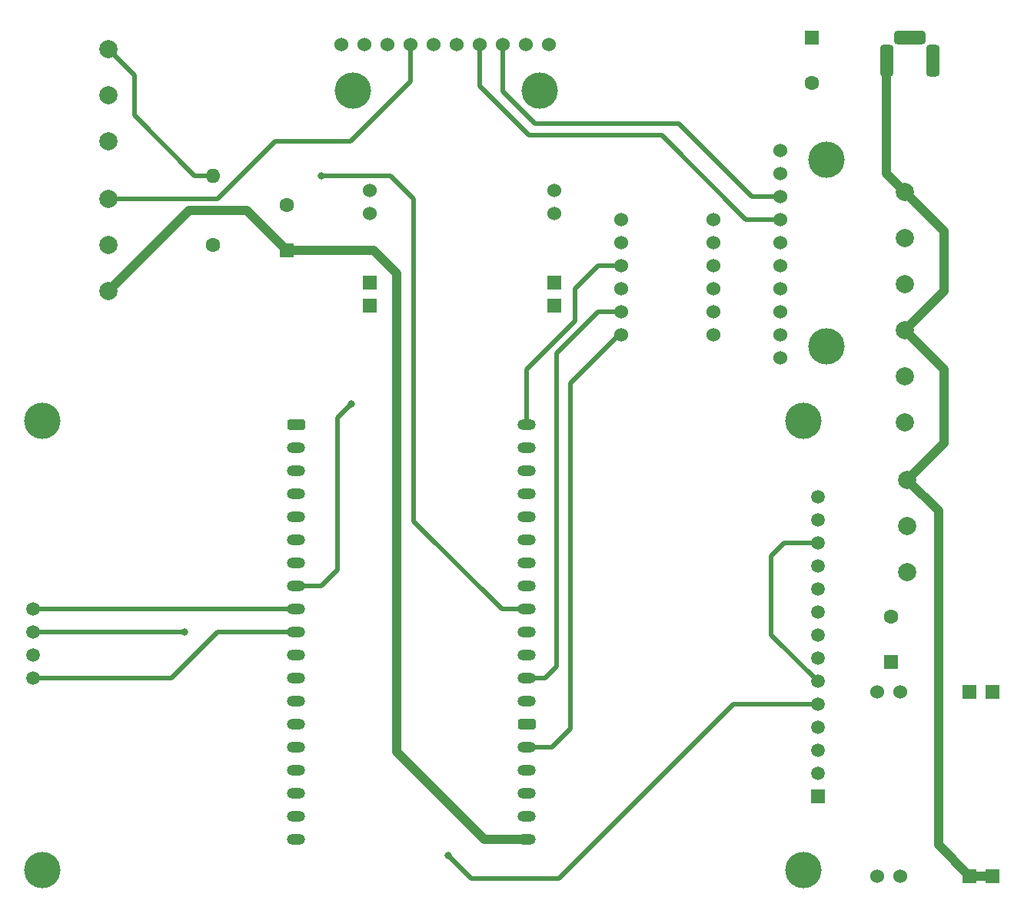
<source format=gbr>
%TF.GenerationSoftware,KiCad,Pcbnew,(5.1.10)-1*%
%TF.CreationDate,2021-10-02T14:55:05+00:00*%
%TF.ProjectId,watermixer,77617465-726d-4697-9865-722e6b696361,v1.0*%
%TF.SameCoordinates,Original*%
%TF.FileFunction,Copper,L1,Top*%
%TF.FilePolarity,Positive*%
%FSLAX46Y46*%
G04 Gerber Fmt 4.6, Leading zero omitted, Abs format (unit mm)*
G04 Created by KiCad (PCBNEW (5.1.10)-1) date 2021-10-02 14:55:05*
%MOMM*%
%LPD*%
G01*
G04 APERTURE LIST*
%TA.AperFunction,ComponentPad*%
%ADD10O,1.600000X1.600000*%
%TD*%
%TA.AperFunction,ComponentPad*%
%ADD11C,1.600000*%
%TD*%
%TA.AperFunction,ComponentPad*%
%ADD12C,4.000000*%
%TD*%
%TA.AperFunction,ComponentPad*%
%ADD13C,1.524000*%
%TD*%
%TA.AperFunction,ComponentPad*%
%ADD14R,1.600000X1.600000*%
%TD*%
%TA.AperFunction,ComponentPad*%
%ADD15C,1.500000*%
%TD*%
%TA.AperFunction,ComponentPad*%
%ADD16R,1.500000X1.500000*%
%TD*%
%TA.AperFunction,ComponentPad*%
%ADD17O,2.000000X1.200000*%
%TD*%
%TA.AperFunction,ComponentPad*%
%ADD18C,2.000000*%
%TD*%
%TA.AperFunction,ComponentPad*%
%ADD19R,1.524000X1.524000*%
%TD*%
%TA.AperFunction,ViaPad*%
%ADD20C,0.800000*%
%TD*%
%TA.AperFunction,Conductor*%
%ADD21C,0.500000*%
%TD*%
%TA.AperFunction,Conductor*%
%ADD22C,1.000000*%
%TD*%
G04 APERTURE END LIST*
D10*
%TO.P,R1,2*%
%TO.N,/SIGT*%
X96012000Y-44450000D03*
D11*
%TO.P,R1,1*%
%TO.N,+3V3*%
X96012000Y-52070000D03*
%TD*%
D12*
%TO.P,U5,11*%
%TO.N,N/C*%
X111379000Y-35052000D03*
X131953000Y-35052000D03*
D13*
%TO.P,U5,9*%
X110109000Y-29972000D03*
%TO.P,U5,8*%
X112649000Y-29972000D03*
%TO.P,U5,7*%
X115189000Y-29972000D03*
%TO.P,U5,6*%
%TO.N,/SIGP*%
X117729000Y-29972000D03*
%TO.P,U5,5*%
%TO.N,N/C*%
X120269000Y-29972000D03*
%TO.P,U5,4*%
X122809000Y-29972000D03*
%TO.P,U5,3*%
%TO.N,Net-(U3-Pad11)*%
X125349000Y-29972000D03*
%TO.P,U5,2*%
%TO.N,Net-(U3-Pad9)*%
X127889000Y-29972000D03*
%TO.P,U5,10*%
%TO.N,GND*%
X130429000Y-29972000D03*
%TO.P,U5,1*%
%TO.N,+5V*%
X132969000Y-29972000D03*
%TD*%
D11*
%TO.P,C1,2*%
%TO.N,GND*%
X170688000Y-93044000D03*
D14*
%TO.P,C1,1*%
%TO.N,+3V3*%
X170688000Y-98044000D03*
%TD*%
D13*
%TO.P,U4,1*%
%TO.N,+5V*%
X158496000Y-41656000D03*
%TO.P,U4,10*%
%TO.N,GND*%
X158496000Y-44196000D03*
%TO.P,U4,2*%
%TO.N,Net-(U3-Pad9)*%
X158496000Y-46736000D03*
%TO.P,U4,3*%
%TO.N,Net-(U3-Pad11)*%
X158496000Y-49276000D03*
%TO.P,U4,4*%
%TO.N,N/C*%
X158496000Y-51816000D03*
%TO.P,U4,5*%
X158496000Y-54356000D03*
%TO.P,U4,6*%
%TO.N,Net-(JHC_VALVES1-Pad3)*%
X158496000Y-56896000D03*
%TO.P,U4,7*%
%TO.N,Net-(JHC_VALVES1-Pad6)*%
X158496000Y-59436000D03*
%TO.P,U4,8*%
%TO.N,N/C*%
X158496000Y-61976000D03*
%TO.P,U4,9*%
%TO.N,Net-(JD_VALVE1-Pad3)*%
X158496000Y-64516000D03*
D12*
%TO.P,U4,11*%
%TO.N,N/C*%
X163576000Y-42672000D03*
X163576000Y-63246000D03*
%TD*%
D15*
%TO.P,U1,18*%
%TO.N,N/C*%
X162580000Y-79857600D03*
%TO.P,U1,17*%
%TO.N,Net-(U1-Pad12)*%
X162580000Y-82397600D03*
%TO.P,U1,16*%
%TO.N,Net-(U1-Pad11)*%
X162580000Y-84937600D03*
%TO.P,U1,15*%
%TO.N,Net-(U1-Pad15)*%
X162580000Y-87477600D03*
D16*
%TO.P,U1,1*%
%TO.N,+3V3*%
X162580000Y-112877600D03*
D15*
%TO.P,U1,2*%
%TO.N,GND*%
X162580000Y-110337600D03*
%TO.P,U1,3*%
%TO.N,Net-(U1-Pad3)*%
X162580000Y-107797600D03*
%TO.P,U1,4*%
%TO.N,Net-(U1-Pad4)*%
X162580000Y-105257600D03*
%TO.P,U1,5*%
%TO.N,Net-(U1-Pad5)*%
X162580000Y-102717600D03*
%TO.P,U1,6*%
%TO.N,Net-(U1-Pad11)*%
X162580000Y-100177600D03*
%TO.P,U1,7*%
%TO.N,Net-(U1-Pad13)*%
X162580000Y-97637600D03*
%TO.P,U1,8*%
%TO.N,+3V3*%
X162580000Y-95097600D03*
%TO.P,U1,9*%
%TO.N,N/C*%
X162580000Y-92557600D03*
%TO.P,U1,10*%
%TO.N,Net-(U1-Pad10)*%
X76200000Y-99822000D03*
%TO.P,U1,11*%
%TO.N,Net-(U1-Pad11)*%
X76200000Y-97282000D03*
%TO.P,U1,12*%
%TO.N,Net-(U1-Pad12)*%
X76200000Y-94742000D03*
%TO.P,U1,13*%
%TO.N,Net-(U1-Pad13)*%
X76200000Y-92202000D03*
%TO.P,U1,14*%
X162580000Y-90017600D03*
D12*
%TO.P,U1,*%
%TO.N,*%
X161025000Y-121008000D03*
X77205000Y-121008000D03*
X77205000Y-71478000D03*
X161025000Y-71478000D03*
%TD*%
%TO.P,U2,38*%
%TO.N,GND*%
%TA.AperFunction,ComponentPad*%
G36*
G01*
X104452320Y-71284720D02*
X105852320Y-71284720D01*
G75*
G02*
X106152320Y-71584720I0J-300000D01*
G01*
X106152320Y-72184720D01*
G75*
G02*
X105852320Y-72484720I-300000J0D01*
G01*
X104452320Y-72484720D01*
G75*
G02*
X104152320Y-72184720I0J300000D01*
G01*
X104152320Y-71584720D01*
G75*
G02*
X104452320Y-71284720I300000J0D01*
G01*
G37*
%TD.AperFunction*%
D17*
%TO.P,U2,37*%
%TO.N,Net-(U1-Pad11)*%
X105152320Y-74424720D03*
%TO.P,U2,36*%
%TO.N,N/C*%
X105152320Y-76964720D03*
%TO.P,U2,35*%
X105152320Y-79504720D03*
%TO.P,U2,34*%
X105152320Y-82044720D03*
%TO.P,U2,33*%
%TO.N,Net-(U1-Pad15)*%
X105152320Y-84584720D03*
%TO.P,U2,32*%
%TO.N,GND*%
X105152320Y-87124720D03*
%TO.P,U2,31*%
%TO.N,Net-(U1-Pad12)*%
X105152320Y-89664720D03*
%TO.P,U2,30*%
%TO.N,Net-(U1-Pad13)*%
X105152320Y-92204720D03*
%TO.P,U2,29*%
%TO.N,Net-(U1-Pad10)*%
X105152320Y-94744720D03*
%TO.P,U2,28*%
%TO.N,N/C*%
X105152320Y-97284720D03*
%TO.P,U2,27*%
X105152320Y-99824720D03*
%TO.P,U2,26*%
%TO.N,Net-(U1-Pad4)*%
X105152320Y-102364720D03*
%TO.P,U2,25*%
%TO.N,N/C*%
X105152320Y-104904720D03*
%TO.P,U2,24*%
%TO.N,Net-(U1-Pad5)*%
X105152320Y-107444720D03*
%TO.P,U2,23*%
%TO.N,Net-(U1-Pad3)*%
X105152320Y-109984720D03*
%TO.P,U2,22*%
%TO.N,N/C*%
X105152320Y-112524720D03*
%TO.P,U2,21*%
X105156000Y-115062000D03*
%TO.P,U2,20*%
X105156000Y-117602000D03*
%TO.P,U2,19*%
%TO.N,+5V*%
X130552320Y-117604720D03*
%TO.P,U2,18*%
%TO.N,N/C*%
X130552320Y-115064720D03*
%TO.P,U2,17*%
X130552320Y-112524720D03*
%TO.P,U2,16*%
X130552320Y-109984720D03*
%TO.P,U2,15*%
%TO.N,Net-(U2-Pad15)*%
X130552320Y-107444720D03*
%TO.P,U2,14*%
%TO.N,GND*%
%TA.AperFunction,ComponentPad*%
G36*
G01*
X129852320Y-104304720D02*
X131252320Y-104304720D01*
G75*
G02*
X131552320Y-104604720I0J-300000D01*
G01*
X131552320Y-105204720D01*
G75*
G02*
X131252320Y-105504720I-300000J0D01*
G01*
X129852320Y-105504720D01*
G75*
G02*
X129552320Y-105204720I0J300000D01*
G01*
X129552320Y-104604720D01*
G75*
G02*
X129852320Y-104304720I300000J0D01*
G01*
G37*
%TD.AperFunction*%
%TO.P,U2,13*%
%TO.N,N/C*%
X130552320Y-102364720D03*
%TO.P,U2,12*%
%TO.N,Net-(U2-Pad12)*%
X130552320Y-99824720D03*
%TO.P,U2,11*%
%TO.N,N/C*%
X130552320Y-97284720D03*
%TO.P,U2,10*%
X130552320Y-94744720D03*
%TO.P,U2,9*%
%TO.N,/SIGT*%
X130552320Y-92204720D03*
%TO.P,U2,8*%
%TO.N,N/C*%
X130552320Y-89664720D03*
%TO.P,U2,7*%
X130552320Y-87124720D03*
%TO.P,U2,6*%
X130552320Y-84584720D03*
%TO.P,U2,5*%
X130552320Y-82044720D03*
%TO.P,U2,4*%
X130552320Y-79504720D03*
%TO.P,U2,3*%
X130552320Y-76964720D03*
%TO.P,U2,2*%
X130552320Y-74424720D03*
%TO.P,U2,1*%
%TO.N,Net-(U2-Pad1)*%
X130552320Y-71884720D03*
%TD*%
D18*
%TO.P,JPress1,3*%
%TO.N,/SIGP*%
X84455000Y-46990000D03*
%TO.P,JPress1,2*%
%TO.N,GND*%
X84455000Y-52070000D03*
%TO.P,JPress1,1*%
%TO.N,+5V*%
X84455000Y-57150000D03*
%TD*%
%TO.P,JTemp1,3*%
%TO.N,/SIGT*%
X84455000Y-30480000D03*
%TO.P,JTemp1,2*%
%TO.N,GND*%
X84455000Y-35560000D03*
%TO.P,JTemp1,1*%
%TO.N,+3V3*%
X84455000Y-40640000D03*
%TD*%
D14*
%TO.P,C3,1*%
%TO.N,+12V*%
X161925000Y-29210000D03*
D11*
%TO.P,C3,2*%
%TO.N,GND*%
X161925000Y-34210000D03*
%TD*%
%TO.P,C2,2*%
%TO.N,GND*%
X104140000Y-47705000D03*
D14*
%TO.P,C2,1*%
%TO.N,+5V*%
X104140000Y-52705000D03*
%TD*%
D13*
%TO.P,U3,1*%
%TO.N,Net-(U2-Pad1)*%
X140970000Y-54356000D03*
%TO.P,U3,2*%
%TO.N,+5V*%
X151130000Y-54356000D03*
%TO.P,U3,3*%
%TO.N,GND*%
X140970000Y-56896000D03*
X151130000Y-56896000D03*
%TO.P,U3,4*%
%TO.N,N/C*%
X140970000Y-49276000D03*
%TO.P,U3,5*%
X151130000Y-49276000D03*
%TO.P,U3,6*%
X140970000Y-51816000D03*
%TO.P,U3,7*%
X151130000Y-51816000D03*
%TO.P,U3,8*%
%TO.N,Net-(U2-Pad12)*%
X140970000Y-59436000D03*
%TO.P,U3,9*%
%TO.N,Net-(U3-Pad9)*%
X151130000Y-59436000D03*
%TO.P,U3,10*%
%TO.N,Net-(U2-Pad15)*%
X140970000Y-61976000D03*
%TO.P,U3,11*%
%TO.N,Net-(U3-Pad11)*%
X151130000Y-61976000D03*
%TD*%
D18*
%TO.P,JHC_VALVES1,6*%
%TO.N,Net-(JHC_VALVES1-Pad6)*%
X172212000Y-71628000D03*
%TO.P,JHC_VALVES1,5*%
%TO.N,GND*%
X172212000Y-66548000D03*
%TO.P,JHC_VALVES1,4*%
%TO.N,+12V*%
X172212000Y-61468000D03*
%TO.P,JHC_VALVES1,3*%
%TO.N,Net-(JHC_VALVES1-Pad3)*%
X172212000Y-56388000D03*
%TO.P,JHC_VALVES1,2*%
%TO.N,GND*%
X172212000Y-51308000D03*
%TO.P,JHC_VALVES1,1*%
%TO.N,+12V*%
X172212000Y-46228000D03*
%TD*%
%TO.P,JD_VALVE1,3*%
%TO.N,Net-(JD_VALVE1-Pad3)*%
X172466000Y-88138000D03*
%TO.P,JD_VALVE1,2*%
%TO.N,GND*%
X172466000Y-83058000D03*
%TO.P,JD_VALVE1,1*%
%TO.N,+12V*%
X172466000Y-77978000D03*
%TD*%
%TO.P,J_12V1,2*%
%TO.N,GND*%
%TA.AperFunction,ComponentPad*%
G36*
G01*
X174470000Y-28835000D02*
X174470000Y-29585000D01*
G75*
G02*
X174095000Y-29960000I-375000J0D01*
G01*
X171345000Y-29960000D01*
G75*
G02*
X170970000Y-29585000I0J375000D01*
G01*
X170970000Y-28835000D01*
G75*
G02*
X171345000Y-28460000I375000J0D01*
G01*
X174095000Y-28460000D01*
G75*
G02*
X174470000Y-28835000I0J-375000D01*
G01*
G37*
%TD.AperFunction*%
%TO.P,J_12V1,3*%
%TA.AperFunction,ComponentPad*%
G36*
G01*
X176010000Y-30375000D02*
X176010000Y-33125000D01*
G75*
G02*
X175635000Y-33500000I-375000J0D01*
G01*
X174885000Y-33500000D01*
G75*
G02*
X174510000Y-33125000I0J375000D01*
G01*
X174510000Y-30375000D01*
G75*
G02*
X174885000Y-30000000I375000J0D01*
G01*
X175635000Y-30000000D01*
G75*
G02*
X176010000Y-30375000I0J-375000D01*
G01*
G37*
%TD.AperFunction*%
%TO.P,J_12V1,1*%
%TO.N,+12V*%
%TA.AperFunction,ComponentPad*%
G36*
G01*
X170930000Y-30375000D02*
X170930000Y-33125000D01*
G75*
G02*
X170555000Y-33500000I-375000J0D01*
G01*
X169805000Y-33500000D01*
G75*
G02*
X169430000Y-33125000I0J375000D01*
G01*
X169430000Y-30375000D01*
G75*
G02*
X169805000Y-30000000I375000J0D01*
G01*
X170555000Y-30000000D01*
G75*
G02*
X170930000Y-30375000I0J-375000D01*
G01*
G37*
%TD.AperFunction*%
%TD*%
D13*
%TO.P,U6,4*%
%TO.N,GND*%
X133540500Y-46101000D03*
%TO.P,U6,8*%
X133540500Y-48641000D03*
D19*
%TO.P,U6,6*%
%TO.N,+5V*%
X133540500Y-56261000D03*
%TO.P,U6,2*%
X133540500Y-58801000D03*
D13*
%TO.P,U6,3*%
%TO.N,GND*%
X113220500Y-46101000D03*
%TO.P,U6,7*%
X113220500Y-48641000D03*
D19*
%TO.P,U6,5*%
%TO.N,+12V*%
X113220500Y-56261000D03*
%TO.P,U6,1*%
X113220500Y-58801000D03*
%TD*%
D13*
%TO.P,U7,4*%
%TO.N,GND*%
X169164000Y-101346000D03*
%TO.P,U7,8*%
X171704000Y-101346000D03*
D19*
%TO.P,U7,6*%
%TO.N,+3V3*%
X179324000Y-101346000D03*
%TO.P,U7,2*%
X181864000Y-101346000D03*
D13*
%TO.P,U7,3*%
%TO.N,GND*%
X169164000Y-121666000D03*
%TO.P,U7,7*%
X171704000Y-121666000D03*
D19*
%TO.P,U7,5*%
%TO.N,+12V*%
X179324000Y-121666000D03*
%TO.P,U7,1*%
X181864000Y-121666000D03*
%TD*%
D20*
%TO.N,Net-(U1-Pad12)*%
X105152320Y-89664720D03*
X111252000Y-69596000D03*
X92837000Y-94742000D03*
%TO.N,Net-(U1-Pad5)*%
X121920000Y-119380000D03*
%TO.N,+5V*%
X116205000Y-55245000D03*
%TO.N,/SIGT*%
X107950000Y-44450000D03*
%TD*%
D21*
%TO.N,Net-(U1-Pad12)*%
X111252000Y-69596000D02*
X109728000Y-71120000D01*
X109728000Y-71120000D02*
X109728000Y-87884000D01*
X107947280Y-89664720D02*
X105152320Y-89664720D01*
X109728000Y-87884000D02*
X107947280Y-89664720D01*
X76200000Y-94742000D02*
X92202000Y-94742000D01*
X92202000Y-94742000D02*
X92837000Y-94742000D01*
%TO.N,Net-(U1-Pad11)*%
X162580000Y-84937600D02*
X158902400Y-84937600D01*
X158902400Y-84937600D02*
X157480000Y-86360000D01*
X157480000Y-95077600D02*
X162580000Y-100177600D01*
X157480000Y-86360000D02*
X157480000Y-95077600D01*
%TO.N,Net-(U1-Pad5)*%
X162580000Y-102717600D02*
X153314400Y-102717600D01*
X153314400Y-102717600D02*
X134112000Y-121920000D01*
X124460000Y-121920000D02*
X121920000Y-119380000D01*
X134112000Y-121920000D02*
X124460000Y-121920000D01*
%TO.N,Net-(U1-Pad13)*%
X105149600Y-92202000D02*
X105152320Y-92204720D01*
X76200000Y-92202000D02*
X105149600Y-92202000D01*
%TO.N,Net-(U1-Pad10)*%
X90297000Y-99822000D02*
X76200000Y-99822000D01*
X96517280Y-94744720D02*
X91440000Y-99822000D01*
X91440000Y-99822000D02*
X90297000Y-99822000D01*
X105152320Y-94744720D02*
X96517280Y-94744720D01*
%TO.N,Net-(U2-Pad1)*%
X130552320Y-71884720D02*
X130552320Y-65789680D01*
X130552320Y-65789680D02*
X135890000Y-60452000D01*
X135890000Y-60452000D02*
X135890000Y-56896000D01*
X138430000Y-54356000D02*
X140970000Y-54356000D01*
X135890000Y-56896000D02*
X138430000Y-54356000D01*
%TO.N,Net-(U2-Pad12)*%
X132585280Y-99824720D02*
X130552320Y-99824720D01*
X133858000Y-98552000D02*
X132585280Y-99824720D01*
X133858000Y-64008000D02*
X133858000Y-67310000D01*
X138430000Y-59436000D02*
X133858000Y-64008000D01*
X140970000Y-59436000D02*
X138430000Y-59436000D01*
X133858000Y-67310000D02*
X133858000Y-98552000D01*
X133858000Y-66548000D02*
X133858000Y-67310000D01*
%TO.N,Net-(U2-Pad15)*%
X140589000Y-62103000D02*
X135382000Y-67310000D01*
X135382000Y-67310000D02*
X135382000Y-105410000D01*
X133347280Y-107444720D02*
X130552320Y-107444720D01*
X135382000Y-105410000D02*
X133347280Y-107444720D01*
%TO.N,Net-(U3-Pad9)*%
X127889000Y-29972000D02*
X127889000Y-35179000D01*
X127889000Y-35179000D02*
X131445000Y-38735000D01*
X131445000Y-38735000D02*
X147320000Y-38735000D01*
X155321000Y-46736000D02*
X158496000Y-46736000D01*
X147320000Y-38735000D02*
X155321000Y-46736000D01*
%TO.N,Net-(U3-Pad11)*%
X125349000Y-29972000D02*
X125349000Y-34544000D01*
X125349000Y-34544000D02*
X130810000Y-40005000D01*
X130810000Y-40005000D02*
X145415000Y-40005000D01*
X154686000Y-49276000D02*
X158496000Y-49276000D01*
X145415000Y-40005000D02*
X154686000Y-49276000D01*
D22*
%TO.N,+5V*%
X125859720Y-117604720D02*
X116205000Y-107950000D01*
X130552320Y-117604720D02*
X125859720Y-117604720D01*
X116205000Y-55245000D02*
X113665000Y-52705000D01*
X113665000Y-52705000D02*
X108585000Y-52705000D01*
X116205000Y-107950000D02*
X116205000Y-55245000D01*
X108585000Y-52705000D02*
X104140000Y-52705000D01*
X99695000Y-48260000D02*
X104140000Y-52705000D01*
X93345000Y-48260000D02*
X99695000Y-48260000D01*
X84455000Y-57150000D02*
X93345000Y-48260000D01*
%TO.N,+12V*%
X172212000Y-46228000D02*
X176530000Y-50546000D01*
X176530000Y-57150000D02*
X172212000Y-61468000D01*
X176530000Y-50546000D02*
X176530000Y-57150000D01*
X172212000Y-61468000D02*
X176530000Y-65786000D01*
X176530000Y-73914000D02*
X172466000Y-77978000D01*
X176530000Y-65786000D02*
X176530000Y-73914000D01*
X170180000Y-44196000D02*
X170180000Y-31750000D01*
X172212000Y-46228000D02*
X170180000Y-44196000D01*
X181864000Y-121666000D02*
X179324000Y-121666000D01*
X179324000Y-121666000D02*
X175895000Y-118237000D01*
X175895000Y-81407000D02*
X172466000Y-77978000D01*
X175895000Y-118237000D02*
X175895000Y-81407000D01*
D21*
%TO.N,/SIGP*%
X117729000Y-29972000D02*
X117729000Y-34036000D01*
X117729000Y-34036000D02*
X111125000Y-40640000D01*
X111125000Y-40640000D02*
X102870000Y-40640000D01*
X96520000Y-46990000D02*
X84455000Y-46990000D01*
X102870000Y-40640000D02*
X96520000Y-46990000D01*
%TO.N,/SIGT*%
X118110000Y-82550000D02*
X127764720Y-92204720D01*
X118110000Y-46990000D02*
X118110000Y-82550000D01*
X127764720Y-92204720D02*
X130552320Y-92204720D01*
X107950000Y-44450000D02*
X115570000Y-44450000D01*
X115570000Y-44450000D02*
X118110000Y-46990000D01*
X87312500Y-33337500D02*
X84455000Y-30480000D01*
X96012000Y-44450000D02*
X93980000Y-44450000D01*
X93980000Y-44450000D02*
X87312500Y-37782500D01*
X87312500Y-37782500D02*
X87312500Y-33337500D01*
%TD*%
M02*

</source>
